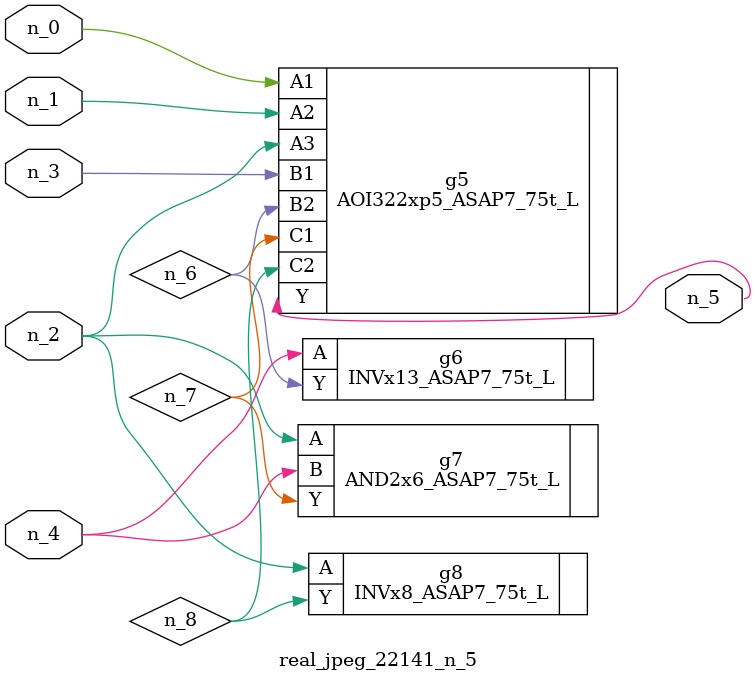
<source format=v>
module real_jpeg_22141_n_5 (n_4, n_0, n_1, n_2, n_3, n_5);

input n_4;
input n_0;
input n_1;
input n_2;
input n_3;

output n_5;

wire n_8;
wire n_6;
wire n_7;

AOI322xp5_ASAP7_75t_L g5 ( 
.A1(n_0),
.A2(n_1),
.A3(n_2),
.B1(n_3),
.B2(n_6),
.C1(n_7),
.C2(n_8),
.Y(n_5)
);

AND2x6_ASAP7_75t_L g7 ( 
.A(n_2),
.B(n_4),
.Y(n_7)
);

INVx8_ASAP7_75t_L g8 ( 
.A(n_2),
.Y(n_8)
);

INVx13_ASAP7_75t_L g6 ( 
.A(n_4),
.Y(n_6)
);


endmodule
</source>
